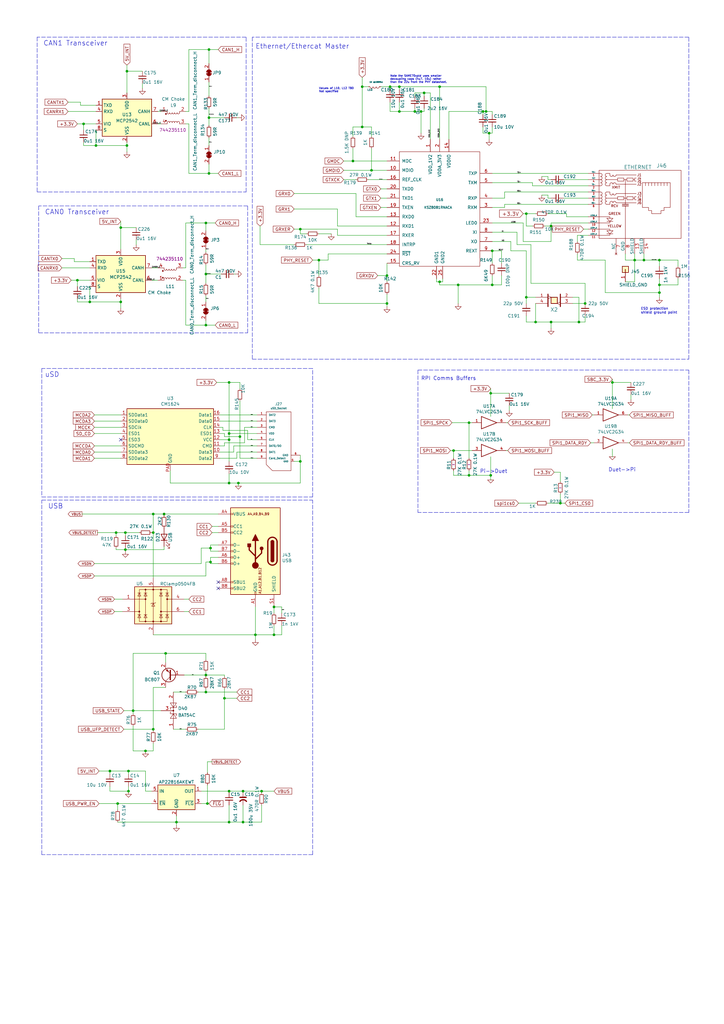
<source format=kicad_sch>
(kicad_sch (version 20211123) (generator eeschema)
  (paper "A3" portrait)
  (title_block (title "Duet 3 Main Board 6XD") (date "2023-02-22") (rev "1.01") (company "Duet3d") (comment 1 "(c) Duet3D"))
  (junction (at 226.06 132.08))
  (junction (at 219.71 132.08))
  (junction (at 85.725 20.32))
  (junction (at 51.435 225.425))
  (junction (at 200.66 54.61))
  (junction (at 85.09 329.565))
  (junction (at 86.36 230.505))
  (junction (at 270.51 106.68))
  (junction (at 48.26 329.565))
  (junction (at 148.59 35.56))
  (junction (at 201.295 161.29))
  (junction (at 180.34 115.57))
  (junction (at 112.395 260.35))
  (junction (at 215.9 121.92))
  (junction (at 54.61 291.465))
  (junction (at 270.51 120.015))
  (junction (at 112.395 248.92))
  (junction (at 130.81 106.68))
  (junction (at 172.72 45.72))
  (junction (at 67.31 210.82))
  (junction (at 240.03 124.46))
  (junction (at 107.315 324.485))
  (junction (at 104.775 260.35))
  (junction (at 49.53 93.345))
  (junction (at 62.865 210.82))
  (junction (at 260.35 106.68))
  (junction (at 93.98 177.8))
  (junction (at 62.865 299.085))
  (junction (at 93.98 180.34))
  (junction (at 198.12 45.72))
  (junction (at 144.78 66.04))
  (junction (at 173.99 38.1))
  (junction (at 163.83 45.72))
  (junction (at 93.98 198.12))
  (junction (at 34.29 50.8))
  (junction (at 36.83 123.825))
  (junction (at 84.455 283.845))
  (junction (at 158.75 113.03))
  (junction (at 86.36 224.79))
  (junction (at 84.455 276.86))
  (junction (at 84.455 91.44))
  (junction (at 251.206 156.845))
  (junction (at 99.695 337.185))
  (junction (at 158.75 124.46))
  (junction (at 39.37 59.69))
  (junction (at 49.53 123.825))
  (junction (at 47.625 218.44))
  (junction (at 192.405 173.355))
  (junction (at 45.085 316.23))
  (junction (at 192.405 194.945))
  (junction (at 92.075 286.385))
  (junction (at 84.455 112.395))
  (junction (at 201.295 194.945))
  (junction (at 180.34 35.56))
  (junction (at 229.87 206.375))
  (junction (at 93.98 337.185))
  (junction (at 72.39 337.185))
  (junction (at 163.83 35.56))
  (junction (at 264.16 106.68))
  (junction (at 52.07 29.21))
  (junction (at 215.9 87.63))
  (junction (at 123.19 189.23))
  (junction (at 226.06 92.71))
  (junction (at 201.93 116.84))
  (junction (at 237.49 132.08))
  (junction (at 97.79 198.12))
  (junction (at 52.705 316.23))
  (junction (at 148.59 52.07))
  (junction (at 67.945 267.97))
  (junction (at 93.98 324.485))
  (junction (at 85.725 48.26))
  (junction (at 270.51 116.84))
  (junction (at 52.705 324.485))
  (junction (at 84.455 133.35))
  (junction (at 99.695 324.485))
  (junction (at 93.98 156.845))
  (junction (at 51.435 218.44))
  (junction (at 52.07 59.69))
  (junction (at 85.725 71.12))
  (junction (at 123.19 93.98))
  (junction (at 62.865 218.44))
  (junction (at 59.69 307.975))
  (junction (at 186.055 184.785))
  (junction (at 187.96 116.84))
  (junction (at 152.4 69.85))
  (junction (at 31.75 114.935))
  (junction (at 160.02 35.56))
  (junction (at 98.425 179.07))
  (junction (at 170.18 45.72))
  (junction (at 201.93 102.87))
  (junction (at 199.39 45.72))
  (no_connect (at 49.53 180.34))
  (no_connect (at 89.535 238.76))
  (no_connect (at 89.535 241.3))
  (wire (pts (xy 207.01 78.74) (xy 241.3 78.74)))
  (wire (pts (xy 201.93 102.87) (xy 201.93 107.95)))
  (wire (pts (xy 52.07 38.1) (xy 52.07 29.21)))
  (wire (pts (xy 64.77 45.72) (xy 66.04 45.72)))
  (wire (pts (xy 76.2 109.855) (xy 76.2 91.44)))
  (wire (pts (xy 48.26 329.565) (xy 62.23 329.565)))
  (wire (pts (xy 209.55 99.06) (xy 209.55 102.87)))
  (wire (pts (xy 97.155 187.96) (xy 97.155 185.42)))
  (wire (pts (xy 45.085 324.485) (xy 52.705 324.485)))
  (wire (pts (xy 138.43 85.725) (xy 138.43 92.71)))
  (wire (pts (xy 163.83 41.91) (xy 163.83 45.72)))
  (wire (pts (xy 107.315 325.12) (xy 107.315 324.485)))
  (wire (pts (xy 86.36 230.505) (xy 86.36 231.14)))
  (wire (pts (xy 217.805 100.33) (xy 212.09 100.33)))
  (wire (pts (xy 93.98 198.12) (xy 97.79 198.12)))
  (wire (pts (xy 201.93 71.12) (xy 241.3 71.12)))
  (wire (pts (xy 46.99 245.745) (xy 50.165 245.745)))
  (wire (pts (xy 52.705 317.5) (xy 52.705 316.23)))
  (polyline (pts (xy 15.875 136.525) (xy 101.6 136.525)))
  (wire (pts (xy 92.075 286.385) (xy 97.155 286.385)))
  (wire (pts (xy 232.41 88.9) (xy 241.3 88.9)))
  (wire (pts (xy 51.435 225.425) (xy 51.435 226.06)))
  (wire (pts (xy 84.455 112.395) (xy 90.805 112.395)))
  (wire (pts (xy 160.02 35.56) (xy 163.83 35.56)))
  (wire (pts (xy 62.865 304.8) (xy 62.865 307.975)))
  (wire (pts (xy 258.191 170.18) (xy 257.556 170.18)))
  (wire (pts (xy 236.855 106.68) (xy 236.855 104.14)))
  (wire (pts (xy 52.07 62.23) (xy 52.07 59.69)))
  (wire (pts (xy 101.6 180.34) (xy 105.41 180.34)))
  (wire (pts (xy 98.425 179.07) (xy 98.425 164.465)))
  (wire (pts (xy 38.735 231.14) (xy 82.55 231.14)))
  (wire (pts (xy 52.07 59.69) (xy 52.07 58.42)))
  (wire (pts (xy 256.54 106.68) (xy 260.35 106.68)))
  (wire (pts (xy 152.4 69.85) (xy 158.75 69.85)))
  (wire (pts (xy 207.01 81.28) (xy 201.93 81.28)))
  (wire (pts (xy 115.57 251.46) (xy 115.57 248.92)))
  (wire (pts (xy 251.206 156.845) (xy 251.206 155.575)))
  (wire (pts (xy 201.93 46.99) (xy 201.93 45.72)))
  (wire (pts (xy 251.206 167.64) (xy 251.206 156.845)))
  (polyline (pts (xy 171.45 151.765) (xy 171.45 210.185)))
  (wire (pts (xy 260.35 106.68) (xy 260.35 104.14)))
  (wire (pts (xy 123.19 93.98) (xy 123.19 95.885)))
  (wire (pts (xy 226.06 134.62) (xy 226.06 132.08)))
  (polyline (pts (xy 17.145 151.13) (xy 17.145 203.835)))
  (wire (pts (xy 224.79 73.66) (xy 226.06 73.66)))
  (wire (pts (xy 205.74 102.87) (xy 205.74 107.95)))
  (wire (pts (xy 138.43 93.98) (xy 138.43 96.52)))
  (wire (pts (xy 77.47 71.12) (xy 85.725 71.12)))
  (wire (pts (xy 85.725 33.655) (xy 85.725 39.37)))
  (wire (pts (xy 144.78 66.04) (xy 158.75 66.04)))
  (wire (pts (xy 192.405 173.355) (xy 193.675 173.355)))
  (wire (pts (xy 82.55 231.14) (xy 82.55 224.79)))
  (wire (pts (xy 67.31 224.155) (xy 67.31 225.425)))
  (wire (pts (xy 75.565 245.745) (xy 77.47 245.745)))
  (wire (pts (xy 186.055 184.785) (xy 193.675 184.785)))
  (wire (pts (xy 91.44 176.53) (xy 101.6 176.53)))
  (wire (pts (xy 55.88 100.33) (xy 55.88 98.425)))
  (wire (pts (xy 31.75 123.825) (xy 36.83 123.825)))
  (wire (pts (xy 270.51 106.68) (xy 278.13 106.68)))
  (wire (pts (xy 205.74 113.03) (xy 205.74 116.84)))
  (wire (pts (xy 49.53 182.88) (xy 38.735 182.88)))
  (polyline (pts (xy 17.145 203.835) (xy 128.27 203.835)))
  (wire (pts (xy 215.9 129.54) (xy 215.9 132.08)))
  (wire (pts (xy 181.61 115.57) (xy 181.61 114.3)))
  (wire (pts (xy 107.315 324.485) (xy 112.395 324.485)))
  (wire (pts (xy 75.565 250.825) (xy 77.47 250.825)))
  (wire (pts (xy 39.37 50.8) (xy 34.29 50.8)))
  (wire (pts (xy 92.075 177.8) (xy 92.075 179.07)))
  (wire (pts (xy 146.05 88.9) (xy 146.05 79.375)))
  (wire (pts (xy 59.69 324.485) (xy 59.69 316.23)))
  (wire (pts (xy 86.36 224.79) (xy 86.36 226.06)))
  (polyline (pts (xy 100.965 78.74) (xy 100.965 15.24)))
  (wire (pts (xy 36.83 107.315) (xy 30.48 107.315)))
  (wire (pts (xy 128.27 106.68) (xy 130.81 106.68)))
  (wire (pts (xy 101.6 176.53) (xy 101.6 180.34)))
  (wire (pts (xy 180.34 115.57) (xy 181.61 115.57)))
  (wire (pts (xy 120.65 85.725) (xy 138.43 85.725)))
  (wire (pts (xy 232.41 87.63) (xy 232.41 88.9)))
  (wire (pts (xy 49.53 170.18) (xy 38.735 170.18)))
  (wire (pts (xy 85.725 48.26) (xy 85.725 51.435)))
  (wire (pts (xy 45.085 317.5) (xy 45.085 316.23)))
  (wire (pts (xy 52.07 29.21) (xy 52.07 26.67)))
  (wire (pts (xy 229.87 193.675) (xy 229.87 197.485)))
  (wire (pts (xy 67.31 225.425) (xy 51.435 225.425)))
  (wire (pts (xy 120.65 79.375) (xy 146.05 79.375)))
  (wire (pts (xy 198.12 52.07) (xy 198.12 54.61)))
  (wire (pts (xy 31.75 122.555) (xy 31.75 123.825)))
  (wire (pts (xy 158.75 125.73) (xy 158.75 124.46)))
  (wire (pts (xy 192.405 187.96) (xy 192.405 173.355)))
  (wire (pts (xy 144.78 52.07) (xy 148.59 52.07)))
  (wire (pts (xy 93.98 324.485) (xy 93.98 325.12)))
  (wire (pts (xy 209.55 102.87) (xy 215.9 102.87)))
  (wire (pts (xy 218.44 76.2) (xy 218.44 74.93)))
  (wire (pts (xy 90.17 185.42) (xy 95.885 185.42)))
  (wire (pts (xy 89.535 210.82) (xy 67.31 210.82)))
  (wire (pts (xy 36.83 117.475) (xy 36.83 123.825)))
  (wire (pts (xy 85.725 48.26) (xy 92.075 48.26)))
  (wire (pts (xy 187.96 116.84) (xy 201.93 116.84)))
  (wire (pts (xy 248.285 106.68) (xy 248.285 120.015)))
  (wire (pts (xy 215.9 87.63) (xy 219.71 87.63)))
  (wire (pts (xy 106.68 100.33) (xy 120.65 100.33)))
  (wire (pts (xy 214.63 99.06) (xy 214.63 91.44)))
  (wire (pts (xy 96.52 112.395) (xy 95.885 112.395)))
  (wire (pts (xy 192.405 193.04) (xy 192.405 194.945)))
  (wire (pts (xy 120.65 189.23) (xy 123.19 189.23)))
  (wire (pts (xy 215.9 124.46) (xy 215.9 121.92)))
  (wire (pts (xy 148.59 35.56) (xy 151.13 35.56)))
  (wire (pts (xy 172.72 45.72) (xy 170.18 45.72)))
  (wire (pts (xy 62.865 299.085) (xy 50.8 299.085)))
  (wire (pts (xy 54.61 291.465) (xy 66.04 291.465)))
  (wire (pts (xy 93.98 194.31) (xy 93.98 198.12)))
  (wire (pts (xy 130.81 124.46) (xy 158.75 124.46)))
  (wire (pts (xy 201.93 113.03) (xy 201.93 116.84)))
  (wire (pts (xy 49.53 177.8) (xy 38.735 177.8)))
  (wire (pts (xy 172.72 45.72) (xy 172.72 54.61)))
  (wire (pts (xy 84.455 267.97) (xy 67.945 267.97)))
  (wire (pts (xy 45.085 322.58) (xy 45.085 324.485)))
  (wire (pts (xy 258.826 163.83) (xy 258.826 161.925)))
  (wire (pts (xy 84.455 276.86) (xy 84.455 277.495)))
  (wire (pts (xy 123.19 93.98) (xy 138.43 93.98)))
  (wire (pts (xy 180.34 35.56) (xy 180.34 57.15)))
  (wire (pts (xy 62.23 114.935) (xy 64.77 114.935)))
  (wire (pts (xy 148.59 35.56) (xy 148.59 31.75)))
  (wire (pts (xy 100.33 181.61) (xy 100.33 175.26)))
  (wire (pts (xy 52.705 316.23) (xy 45.085 316.23)))
  (wire (pts (xy 234.95 124.46) (xy 240.03 124.46)))
  (wire (pts (xy 258.191 181.61) (xy 257.556 181.61)))
  (wire (pts (xy 130.81 106.68) (xy 134.62 106.68)))
  (wire (pts (xy 92.075 179.07) (xy 98.425 179.07)))
  (wire (pts (xy 140.97 66.04) (xy 144.78 66.04)))
  (wire (pts (xy 236.855 99.06) (xy 236.855 96.52)))
  (wire (pts (xy 112.395 260.35) (xy 115.57 260.35)))
  (wire (pts (xy 85.09 329.565) (xy 85.725 329.565)))
  (wire (pts (xy 208.915 161.29) (xy 201.295 161.29)))
  (wire (pts (xy 45.085 316.23) (xy 40.64 316.23)))
  (wire (pts (xy 260.35 106.68) (xy 264.16 106.68)))
  (wire (pts (xy 224.79 87.63) (xy 232.41 87.63)))
  (wire (pts (xy 201.93 116.84) (xy 205.74 116.84)))
  (wire (pts (xy 51.435 218.44) (xy 57.15 218.44)))
  (wire (pts (xy 231.14 73.66) (xy 241.3 73.66)))
  (wire (pts (xy 200.66 54.61) (xy 200.66 57.15)))
  (wire (pts (xy 85.09 312.42) (xy 85.09 316.865)))
  (wire (pts (xy 49.53 172.72) (xy 38.735 172.72)))
  (wire (pts (xy 86.995 312.42) (xy 85.09 312.42)))
  (wire (pts (xy 138.43 92.71) (xy 158.75 92.71)))
  (wire (pts (xy 76.2 133.35) (xy 84.455 133.35)))
  (wire (pts (xy 173.99 38.1) (xy 170.18 38.1)))
  (wire (pts (xy 215.9 92.71) (xy 218.44 92.71)))
  (wire (pts (xy 201.93 85.09) (xy 207.01 85.09)))
  (wire (pts (xy 55.88 93.345) (xy 49.53 93.345)))
  (wire (pts (xy 125.73 100.33) (xy 158.75 100.33)))
  (wire (pts (xy 270.51 120.015) (xy 270.51 121.92)))
  (wire (pts (xy 212.09 100.33) (xy 212.09 95.25)))
  (wire (pts (xy 93.98 198.12) (xy 69.85 198.12)))
  (wire (pts (xy 148.59 52.07) (xy 148.59 35.56)))
  (wire (pts (xy 76.2 91.44) (xy 84.455 91.44)))
  (wire (pts (xy 106.68 92.71) (xy 106.68 100.33)))
  (wire (pts (xy 40.64 329.565) (xy 48.26 329.565)))
  (wire (pts (xy 100.33 175.26) (xy 105.41 175.26)))
  (wire (pts (xy 201.93 45.72) (xy 199.39 45.72)))
  (wire (pts (xy 224.79 72.39) (xy 224.79 73.66)))
  (wire (pts (xy 264.16 106.68) (xy 270.51 106.68)))
  (wire (pts (xy 85.725 44.45) (xy 85.725 48.26)))
  (wire (pts (xy 86.36 228.6) (xy 86.36 230.505)))
  (wire (pts (xy 86.36 223.52) (xy 89.535 223.52)))
  (wire (pts (xy 248.285 120.015) (xy 270.51 120.015)))
  (wire (pts (xy 33.02 41.91) (xy 27.94 41.91)))
  (wire (pts (xy 72.39 337.185) (xy 72.39 338.455)))
  (wire (pts (xy 47.625 219.71) (xy 47.625 218.44)))
  (wire (pts (xy 86.36 228.6) (xy 89.535 228.6)))
  (wire (pts (xy 51.435 219.71) (xy 51.435 218.44)))
  (wire (pts (xy 98.425 156.845) (xy 93.98 156.845)))
  (wire (pts (xy 95.885 185.42) (xy 95.885 182.88)))
  (wire (pts (xy 104.775 260.35) (xy 104.775 262.255)))
  (wire (pts (xy 199.39 45.72) (xy 198.12 45.72)))
  (wire (pts (xy 201.295 194.945) (xy 192.405 194.945)))
  (wire (pts (xy 86.36 226.06) (xy 89.535 226.06)))
  (wire (pts (xy 219.71 124.46) (xy 219.71 132.08)))
  (wire (pts (xy 260.35 106.68) (xy 260.35 115.57)))
  (wire (pts (xy 270.51 116.84) (xy 278.13 116.84)))
  (wire (pts (xy 34.29 58.42) (xy 34.29 59.69)))
  (wire (pts (xy 227.33 193.675) (xy 229.87 193.675)))
  (wire (pts (xy 84.455 112.395) (xy 84.455 116.205)))
  (wire (pts (xy 217.805 116.205) (xy 240.03 116.205)))
  (wire (pts (xy 47.625 225.425) (xy 47.625 224.79)))
  (wire (pts (xy 34.29 53.34) (xy 34.29 50.8)))
  (wire (pts (xy 270.51 116.84) (xy 270.51 120.015)))
  (wire (pts (xy 173.99 38.1) (xy 173.99 39.37)))
  (wire (pts (xy 84.455 91.44) (xy 88.265 91.44)))
  (wire (pts (xy 173.99 45.72) (xy 172.72 45.72)))
  (wire (pts (xy 251.206 184.15) (xy 251.206 187.325)))
  (wire (pts (xy 99.695 330.2) (xy 99.695 337.185)))
  (wire (pts (xy 54.61 297.815) (xy 54.61 307.975)))
  (wire (pts (xy 62.23 109.855) (xy 64.77 109.855)))
  (wire (pts (xy 76.2 45.72) (xy 77.47 45.72)))
  (polyline (pts (xy 100.965 15.24) (xy 15.24 15.24)))
  (wire (pts (xy 170.18 38.1) (xy 170.18 39.37)))
  (wire (pts (xy 85.725 20.32) (xy 89.535 20.32)))
  (polyline (pts (xy 17.145 205.105) (xy 128.27 205.105)))
  (wire (pts (xy 84.455 91.44) (xy 84.455 94.615)))
  (wire (pts (xy 207.01 83.82) (xy 241.3 83.82)))
  (wire (pts (xy 223.52 92.71) (xy 226.06 92.71)))
  (wire (pts (xy 98.425 187.96) (xy 105.41 187.96)))
  (wire (pts (xy 176.53 57.15) (xy 176.53 38.1)))
  (wire (pts (xy 187.96 124.46) (xy 187.96 116.84)))
  (wire (pts (xy 62.865 299.72) (xy 62.865 299.085)))
  (wire (pts (xy 48.26 329.565) (xy 48.26 332.105)))
  (wire (pts (xy 84.455 270.51) (xy 84.455 267.97)))
  (wire (pts (xy 214.63 99.06) (xy 226.06 99.06)))
  (wire (pts (xy 152.4 69.85) (xy 140.97 69.85)))
  (wire (pts (xy 90.17 182.88) (xy 92.075 182.88)))
  (wire (pts (xy 74.93 109.855) (xy 76.2 109.855)))
  (wire (pts (xy 84.455 133.35) (xy 88.265 133.35)))
  (wire (pts (xy 179.07 115.57) (xy 180.34 115.57)))
  (wire (pts (xy 264.16 106.68) (xy 264.16 104.14)))
  (wire (pts (xy 226.06 92.71) (xy 226.06 99.06)))
  (wire (pts (xy 84.455 283.845) (xy 97.155 283.845)))
  (polyline (pts (xy 282.575 15.24) (xy 103.505 15.24)))
  (wire (pts (xy 93.98 177.8) (xy 93.98 180.34)))
  (wire (pts (xy 222.25 80.01) (xy 224.79 80.01)))
  (wire (pts (xy 256.54 104.14) (xy 256.54 106.68)))
  (wire (pts (xy 173.99 44.45) (xy 173.99 45.72)))
  (wire (pts (xy 48.26 337.185) (xy 72.39 337.185)))
  (wire (pts (xy 226.06 91.44) (xy 241.3 91.44)))
  (wire (pts (xy 85.725 20.32) (xy 85.725 26.035)))
  (wire (pts (xy 208.28 173.355) (xy 207.645 173.355)))
  (wire (pts (xy 97.79 198.12) (xy 97.79 199.39)))
  (wire (pts (xy 85.725 71.12) (xy 89.535 71.12)))
  (wire (pts (xy 215.9 132.08) (xy 219.71 132.08)))
  (wire (pts (xy 93.98 156.845) (xy 93.98 177.8)))
  (wire (pts (xy 158.75 120.65) (xy 158.75 124.46)))
  (wire (pts (xy 104.775 260.35) (xy 112.395 260.35)))
  (wire (pts (xy 58.42 29.21) (xy 52.07 29.21)))
  (wire (pts (xy 64.77 50.8) (xy 66.04 50.8)))
  (wire (pts (xy 229.87 202.565) (xy 229.87 206.375)))
  (wire (pts (xy 46.99 250.825) (xy 50.165 250.825)))
  (wire (pts (xy 105.41 177.8) (xy 93.98 177.8)))
  (wire (pts (xy 229.87 206.375) (xy 231.775 206.375)))
  (wire (pts (xy 163.83 45.72) (xy 170.18 45.72)))
  (wire (pts (xy 67.31 210.82) (xy 62.865 210.82)))
  (wire (pts (xy 240.03 124.46) (xy 240.03 116.205)))
  (wire (pts (xy 76.2 114.935) (xy 76.2 133.35)))
  (wire (pts (xy 184.15 57.15) (xy 184.15 45.72)))
  (wire (pts (xy 92.075 182.88) (xy 92.075 181.61)))
  (wire (pts (xy 84.455 283.845) (xy 84.455 282.575)))
  (wire (pts (xy 62.23 324.485) (xy 59.69 324.485)))
  (wire (pts (xy 215.9 102.87) (xy 215.9 121.92)))
  (wire (pts (xy 31.75 117.475) (xy 31.75 114.935)))
  (wire (pts (xy 219.71 132.08) (xy 226.06 132.08)))
  (wire (pts (xy 25.4 109.855) (xy 36.83 109.855)))
  (wire (pts (xy 49.53 126.365) (xy 49.53 123.825)))
  (wire (pts (xy 201.93 54.61) (xy 201.93 52.07)))
  (wire (pts (xy 40.005 218.44) (xy 47.625 218.44)))
  (wire (pts (xy 47.625 218.44) (xy 51.435 218.44)))
  (wire (pts (xy 184.15 45.72) (xy 198.12 45.72)))
  (wire (pts (xy 201.93 102.87) (xy 205.74 102.87)))
  (wire (pts (xy 82.55 324.485) (xy 93.98 324.485)))
  (wire (pts (xy 134.62 104.14) (xy 158.75 104.14)))
  (polyline (pts (xy 103.505 147.32) (xy 282.575 147.32)))
  (wire (pts (xy 123.19 95.885) (xy 125.73 95.885)))
  (wire (pts (xy 77.47 20.32) (xy 85.725 20.32)))
  (wire (pts (xy 86.995 215.9) (xy 89.535 215.9)))
  (wire (pts (xy 278.13 116.84) (xy 278.13 114.3)))
  (wire (pts (xy 112.395 248.92) (xy 115.57 248.92)))
  (wire (pts (xy 201.295 159.385) (xy 201.295 161.29)))
  (wire (pts (xy 226.06 132.08) (xy 237.49 132.08)))
  (wire (pts (xy 258.826 156.845) (xy 251.206 156.845)))
  (wire (pts (xy 201.295 196.85) (xy 201.295 194.945)))
  (wire (pts (xy 99.695 324.485) (xy 93.98 324.485)))
  (wire (pts (xy 152.4 52.07) (xy 148.59 52.07)))
  (wire (pts (xy 207.01 85.09) (xy 207.01 83.82)))
  (wire (pts (xy 86.36 230.505) (xy 84.455 230.505)))
  (wire (pts (xy 222.25 72.39) (xy 224.79 72.39)))
  (wire (pts (xy 107.315 337.185) (xy 99.695 337.185)))
  (wire (pts (xy 158.75 113.03) (xy 158.75 107.95)))
  (wire (pts (xy 81.28 299.085) (xy 92.075 299.085)))
  (wire (pts (xy 201.295 161.29) (xy 201.295 170.815)))
  (wire (pts (xy 180.34 116.84) (xy 187.96 116.84)))
  (wire (pts (xy 226.06 91.44) (xy 226.06 92.71)))
  (polyline (pts (xy 17.145 350.52) (xy 17.145 205.105)))
  (wire (pts (xy 163.83 35.56) (xy 180.34 35.56)))
  (wire (pts (xy 62.865 218.44) (xy 62.865 236.855)))
  (wire (pts (xy 107.315 324.485) (xy 99.695 324.485)))
  (wire (pts (xy 39.37 59.69) (xy 52.07 59.69)))
  (wire (pts (xy 146.05 88.9) (xy 158.75 88.9)))
  (wire (pts (xy 198.12 54.61) (xy 200.66 54.61)))
  (wire (pts (xy 92.075 181.61) (xy 100.33 181.61)))
  (wire (pts (xy 85.725 56.515) (xy 85.725 59.69)))
  (wire (pts (xy 88.9 156.845) (xy 93.98 156.845)))
  (polyline (pts (xy 128.27 350.52) (xy 128.27 205.105)))
  (polyline (pts (xy 282.575 147.32) (xy 282.575 15.24)))
  (wire (pts (xy 58.42 36.195) (xy 58.42 34.29)))
  (wire (pts (xy 240.03 129.54) (xy 240.03 132.08)))
  (wire (pts (xy 160.02 45.72) (xy 163.83 45.72)))
  (wire (pts (xy 236.855 106.68) (xy 248.285 106.68)))
  (wire (pts (xy 34.29 50.8) (xy 31.75 50.8)))
  (wire (pts (xy 179.07 114.3) (xy 179.07 115.57)))
  (wire (pts (xy 54.61 267.97) (xy 54.61 291.465)))
  (wire (pts (xy 85.09 321.945) (xy 85.09 329.565)))
  (polyline (pts (xy 171.45 151.765) (xy 282.575 151.765)))
  (wire (pts (xy 215.9 92.71) (xy 215.9 87.63)))
  (wire (pts (xy 158.75 115.57) (xy 158.75 113.03)))
  (wire (pts (xy 99.695 325.12) (xy 99.695 324.485)))
  (wire (pts (xy 36.83 114.935) (xy 31.75 114.935)))
  (wire (pts (xy 84.455 102.235) (xy 84.455 103.505)))
  (wire (pts (xy 30.48 106.045) (xy 25.4 106.045)))
  (wire (pts (xy 34.29 59.69) (xy 39.37 59.69)))
  (wire (pts (xy 90.17 180.34) (xy 93.98 180.34)))
  (wire (pts (xy 138.43 96.52) (xy 158.75 96.52)))
  (wire (pts (xy 237.49 121.92) (xy 237.49 132.08)))
  (polyline (pts (xy 15.24 15.24) (xy 15.24 78.74)))
  (wire (pts (xy 90.17 187.96) (xy 97.155 187.96)))
  (wire (pts (xy 180.34 115.57) (xy 180.34 116.84)))
  (wire (pts (xy 82.55 329.565) (xy 85.09 329.565)))
  (wire (pts (xy 160.02 41.91) (xy 160.02 45.72)))
  (wire (pts (xy 67.31 210.82) (xy 67.31 211.455)))
  (wire (pts (xy 242.316 181.61) (xy 243.586 181.61)))
  (wire (pts (xy 115.57 260.35) (xy 115.57 256.54)))
  (wire (pts (xy 77.47 50.8) (xy 77.47 71.12)))
  (wire (pts (xy 123.19 189.23) (xy 123.19 186.69)))
  (wire (pts (xy 270.51 114.3) (xy 270.51 116.84)))
  (wire (pts (xy 99.695 337.185) (xy 93.98 337.185)))
  (wire (pts (xy 77.47 45.72) (xy 77.47 20.32)))
  (wire (pts (xy 112.395 251.46) (xy 112.395 248.92)))
  (wire (pts (xy 185.42 173.355) (xy 192.405 173.355)))
  (wire (pts (xy 201.93 99.06) (xy 209.55 99.06)))
  (wire (pts (xy 33.02 43.18) (xy 33.02 41.91)))
  (wire (pts (xy 62.865 210.82) (xy 62.865 218.44)))
  (wire (pts (xy 104.775 248.92) (xy 104.775 260.35)))
  (wire (pts (xy 69.85 198.12) (xy 69.85 193.04)))
  (polyline (pts (xy 101.6 136.525) (xy 101.6 84.455)))
  (polyline (pts (xy 103.505 15.24) (xy 103.505 147.32)))
  (wire (pts (xy 82.55 224.79) (xy 86.36 224.79)))
  (wire (pts (xy 134.62 104.14) (xy 134.62 106.68)))
  (wire (pts (xy 84.455 131.445) (xy 84.455 133.35)))
  (wire (pts (xy 112.395 256.54) (xy 112.395 260.35)))
  (wire (pts (xy 163.83 35.56) (xy 163.83 36.83)))
  (wire (pts (xy 130.81 106.68) (xy 130.81 113.03)))
  (wire (pts (xy 49.53 102.235) (xy 49.53 93.345)))
  (wire (pts (xy 144.78 60.96) (xy 144.78 66.04)))
  (wire (pts (xy 231.14 81.28) (xy 241.3 81.28)))
  (wire (pts (xy 39.37 43.18) (xy 33.02 43.18)))
  (polyline (pts (xy 15.24 78.74) (xy 100.965 78.74)))
  (wire (pts (xy 200.66 54.61) (xy 201.93 54.61)))
  (wire (pts (xy 97.79 198.12) (xy 123.19 198.12)))
  (wire (pts (xy 85.725 67.31) (xy 85.725 71.12)))
  (wire (pts (xy 176.53 38.1) (xy 173.99 38.1)))
  (wire (pts (xy 93.98 337.185) (xy 72.39 337.185)))
  (wire (pts (xy 278.13 109.22) (xy 278.13 106.68)))
  (wire (pts (xy 207.01 78.74) (xy 207.01 81.28)))
  (wire (pts (xy 156.21 35.56) (xy 160.02 35.56)))
  (wire (pts (xy 62.865 307.975) (xy 59.69 307.975)))
  (wire (pts (xy 152.4 60.96) (xy 152.4 69.85)))
  (wire (pts (xy 158.75 85.09) (xy 156.21 85.09)))
  (wire (pts (xy 239.395 93.98) (xy 241.3 93.98)))
  (wire (pts (xy 92.075 282.575) (xy 92.075 286.385)))
  (wire (pts (xy 98.425 179.07) (xy 98.425 187.96)))
  (polyline (pts (xy 128.27 350.52) (xy 17.145 350.52)))
  (wire (pts (xy 91.44 175.26) (xy 91.44 176.53)))
  (wire (pts (xy 76.2 50.8) (xy 77.47 50.8)))
  (wire (pts (xy 62.23 218.44) (xy 62.865 218.44)))
  (wire (pts (xy 105.41 172.72) (xy 90.17 172.72)))
  (wire (pts (xy 62.865 281.94) (xy 62.865 299.085)))
  (wire (pts (xy 144.78 52.07) (xy 144.78 55.88)))
  (wire (pts (xy 52.705 322.58) (xy 52.705 324.485)))
  (wire (pts (xy 62.865 260.35) (xy 104.775 260.35)))
  (wire (pts (xy 201.295 194.945) (xy 201.295 187.325)))
  (polyline (pts (xy 128.27 151.13) (xy 17.145 151.13)))
  (wire (pts (xy 72.39 334.645) (xy 72.39 337.185)))
  (wire (pts (xy 224.79 80.01) (xy 224.79 81.28)))
  (wire (pts (xy 140.97 73.66) (xy 146.05 73.66)))
  (wire (pts (xy 212.09 95.25) (xy 201.93 95.25)))
  (wire (pts (xy 152.4 52.07) (xy 152.4 55.88)))
  (wire (pts (xy 186.055 187.96) (xy 186.055 184.785)))
  (wire (pts (xy 31.75 114.935) (xy 29.21 114.935)))
  (wire (pts (xy 49.53 185.42) (xy 38.735 185.42)))
  (wire (pts (xy 120.65 93.98) (xy 123.19 93.98)))
  (wire (pts (xy 214.63 91.44) (xy 201.93 91.44)))
  (wire (pts (xy 234.95 121.92) (xy 237.49 121.92)))
  (wire (pts (xy 81.28 283.845) (xy 84.455 283.845)))
  (wire (pts (xy 75.565 276.86) (xy 84.455 276.86)))
  (wire (pts (xy 74.93 114.935) (xy 76.2 114.935)))
  (wire (pts (xy 208.915 168.275) (xy 208.915 166.37)))
  (wire (pts (xy 84.455 121.285) (xy 84.455 123.825)))
  (polyline (pts (xy 15.875 84.455) (xy 15.875 136.525)))
  (wire (pts (xy 130.81 118.11) (xy 130.81 124.46)))
  (wire (pts (xy 242.951 170.18) (xy 243.586 170.18)))
  (wire (pts (xy 76.2 283.845) (xy 71.12 283.845)))
  (wire (pts (xy 158.75 77.47) (xy 156.21 77.47)))
  (wire (pts (xy 86.995 218.44) (xy 89.535 218.44)))
  (wire (pts (xy 160.02 36.83) (xy 160.02 35.56)))
  (wire (pts (xy 199.39 35.56) (xy 199.39 45.72)))
  (wire (pts (xy 90.17 175.26) (xy 91.44 175.26)))
  (polyline (pts (xy 101.6 84.455) (xy 15.875 84.455)))
  (wire (pts (xy 36.83 123.825) (xy 49.53 123.825)))
  (wire (pts (xy 27.94 45.72) (xy 39.37 45.72)))
  (wire (pts (xy 158.75 81.28) (xy 156.21 81.28)))
  (wire (pts (xy 54.61 307.975) (xy 59.69 307.975)))
  (polyline (pts (xy 128.27 203.835) (xy 128.27 151.13)))
  (wire (pts (xy 214.63 87.63) (xy 215.9 87.63)))
  (wire (pts (xy 224.79 81.28) (xy 226.06 81.28)))
  (wire (pts (xy 270.51 106.68) (xy 270.51 109.22)))
  (wire (pts (xy 95.885 182.88) (xy 105.41 182.88)))
  (wire (pts (xy 237.49 132.08) (xy 240.03 132.08)))
  (wire (pts (xy 49.53 187.96) (xy 38.735 187.96)))
  (wire (pts (xy 151.13 73.66) (xy 158.75 73.66)))
  (wire (pts (xy 67.945 267.97) (xy 54.61 267.97)))
  (wire (pts (xy 92.075 277.495) (xy 92.075 276.86)))
  (wire (pts (xy 154.94 113.03) (xy 158.75 113.03)))
  (wire (pts (xy 98.425 156.845) (xy 98.425 159.385)))
  (wire (pts (xy 92.075 276.86) (xy 84.455 276.86)))
  (wire (pts (xy 67.945 267.97) (xy 67.945 271.78)))
  (wire (pts (xy 92.075 299.085) (xy 92.075 286.385)))
  (wire (pts (xy 59.69 316.23) (xy 52.705 316.23)))
  (wire (pts (xy 90.17 177.8) (xy 92.075 177.8)))
  (wire (pts (xy 208.28 184.785) (xy 207.645 184.785)))
  (wire (pts (xy 192.405 194.945) (xy 186.055 194.945)))
  (wire (pts (xy 49.53 175.26) (xy 38.735 175.26)))
  (polyline (pts (xy 282.575 151.765) (xy 282.575 210.185)))
  (wire (pts (xy 215.9 121.92) (xy 219.71 121.92)))
  (wire (pts (xy 97.79 48.26) (xy 97.155 48.26)))
  (wire (pts (xy 54.61 291.465) (xy 50.8 291.465)))
  (wire (pts (xy 180.34 35.56) (xy 199.39 35.56)))
  (wire (pts (xy 67.945 281.94) (xy 62.865 281.94)))
  (wire (pts (xy 212.725 206.375) (xy 219.71 206.375)))
  (wire (pts (xy 198.12 45.72) (xy 198.12 46.99)))
  (wire (pts (xy 51.435 225.425) (xy 47.625 225.425)))
  (wire (pts (xy 170.18 45.72) (xy 170.18 44.45)))
  (polyline (pts (xy 282.575 210.185) (xy 171.45 210.185)))
  (wire (pts (xy 93.98 330.2) (xy 93.98 337.185)))
  (wire (pts (xy 97.155 185.42) (xy 105.41 185.42)))
  (wire (pts (xy 224.79 206.375) (xy 229.87 206.375)))
  (wire (pts (xy 218.44 74.93) (xy 201.93 74.93)))
  (wire (pts (xy 84.455 108.585) (xy 84.455 112.395)))
  (wire (pts (xy 86.36 231.14) (xy 89.535 231.14)))
  (wire (pts (xy 49.53 93.345) (xy 49.53 90.805)))
  (wire (pts (xy 39.37 53.34) (xy 39.37 59.69)))
  (wire (pts (xy 236.855 96.52) (xy 241.3 96.52)))
  (wire (pts (xy 105.41 170.18) (xy 90.17 170.18)))
  (wire (pts (xy 30.48 107.315) (xy 30.48 106.045)))
  (wire (pts (xy 130.81 95.885) (xy 135.89 95.885)))
  (wire (pts (xy 54.61 292.735) (xy 54.61 291.465)))
  (wire (pts (xy 51.435 224.79) (xy 51.435 225.425)))
  (wire (pts (xy 84.455 276.86) (xy 84.455 275.59)))
  (wire (pts (xy 123.19 198.12) (xy 123.19 189.23)))
  (wire (pts (xy 184.785 184.785) (xy 186.055 184.785)))
  (wire (pts (xy 38.735 236.22) (xy 84.455 236.22)))
  (wire (pts (xy 186.055 194.945) (xy 186.055 193.04)))
  (wire (pts (xy 84.455 230.505) (xy 84.455 236.22)))
  (wire (pts (xy 76.2 299.085) (xy 71.12 299.085)))
  (wire (pts (xy 217.805 100.33) (xy 217.805 116.205)))
  (wire (pts (xy 93.98 180.34) (xy 93.98 189.23)))
  (wire (pts (xy 260.35 115.57) (xy 256.54 115.57)))
  (wire (pts (xy 241.3 76.2) (xy 218.44 76.2)))
  (wire (pts (xy 86.36 223.52) (xy 86.36 224.79)))
  (wire (pts (xy 49.53 123.825) (xy 49.53 122.555)))
  (wire (pts (xy 33.655 210.82) (xy 62.865 210.82)))
  (wire (pts (xy 107.315 330.2) (xy 107.315 337.185)))
  (text "Pi->Duet" (at 196.85 194.31 0) (effects (font (size 1.524 1.524)) (justify left bottom)))
  (text "uSD" (at 18.415 154.94 0) (effects (font (size 2.0066 2.0066)) (justify left bottom)))
  (text "USB" (at 19.685 208.915 0) (effects (font (size 2.0066 2.0066)) (justify left bottom)))
  (text "RPI Comms Buffers" (at 172.72 156.21 0) (effects (font (size 1.524 1.524)) (justify left bottom)))
  (text "Duet->Pi" (at 249.555 193.675 0) (effects (font (size 1.524 1.524)) (justify left bottom)))
  (text "CAN1 Transceiver" (at 17.78 19.05 0) (effects (font (size 2.0066 2.0066)) (justify left bottom)))
  (text "Ethernet/Ethercat Master" (at 104.775 20.32 0) (effects (font (size 2.0066 2.0066)) (justify left bottom)))
  (text "Values of L10, L12 TBD\nNot specified" (at 130.81 38.1 0) (effects (font (size 0.7874 0.7874)) (justify left bottom)))
  (text "Note the SAME70xpld uses smaller\ndecoupling caps (4u7, 10u) rather\nthan the 22u from the PHY datasheet." (at 160.02 34.29 0) (effects (font (size 0.7874 0.7874)) (justify left bottom)))
  (text "CAN0 Transceiver" (at 18.415 88.265 0) (effects (font (size 2.0066 2.0066)) (justify left bottom)))
  (text "ESD protection\nshield ground point\n" (at 262.89 128.905 0) (effects (font (size 0.9906 0.9906)) (justify left bottom)))
  (label "DAT1" (at 102.87 185.42 0) (effects (font (size 0.2032 0.2032))))
  (label "CMD" (at 102.87 175.26 0) (effects (font (size 0.2032 0.2032))))
  (label "TD+" (at 212.09 71.12 0) (effects (font (size 0.508 0.508))))
  (label "intrp" (at 150.495 100.33 0) (effects (font (size 0.508 0.508))))
  (label "DAT2" (at 102.87 170.18 0) (effects (font (size 0.2032 0.2032))))
  (label "RD+" (at 212.09 78.74 0) (effects (font (size 0.508 0.508))))
  (label "q1b" (at 78.74 276.86 0) (effects (font (size 0.2032 0.2032))))
  (label "LED0" (at 209.55 91.44 0) (effects (font (size 0.508 0.508))))
  (label "REXT" (at 204.47 102.87 0) (effects (font (size 0.508 0.508))))
  (label "SD_cd" (at 102.87 187.96 0) (effects (font (size 0.2032 0.2032))))
  (label "CAN0H_C" (at 62.23 109.855 0) (effects (font (size 0.508 0.508))))
  (label "cc1d" (at 73.66 283.845 0) (effects (font (size 0.2032 0.2032))))
  (label "CAN0_H" (at 84.455 102.235 0) (effects (font (size 0.2 0.2))))
  (label "XO" (at 205.74 99.06 0) (effects (font (size 0.508 0.508))))
  (label "VDDA_3V3" (at 180.34 56.515 90) (effects (font (size 0.508 0.508))))
  (label "usbce" (at 115.57 250.19 0) (effects (font (size 0.2032 0.2032))))
  (label "SHIELD_GND" (at 267.335 106.68 0) (effects (font (size 0.2032 0.2032))))
  (label "can0_term_c" (at 84.455 112.395 0) (effects (font (size 0.2032 0.2032))))
  (label "XI" (at 205.74 95.25 0) (effects (font (size 0.508 0.508))))
  (label "CAN1_H" (at 85.725 35.56 0) (effects (font (size 0.2 0.2))))
  (label "CAN0_L" (at 84.455 122.555 0) (effects (font (size 0.2 0.2))))
  (label "CAN1_L" (at 85.725 58.42 0) (effects (font (size 0.2 0.2))))
  (label "REF_CLK" (at 155.575 73.66 0) (effects (font (size 0.2032 0.2032))))
  (label "cc2d" (at 73.66 299.085 0) (effects (font (size 0.2032 0.2032))))
  (label "RD-" (at 212.09 83.82 0) (effects (font (size 0.508 0.508))))
  (label "CLK" (at 102.87 180.34 0) (effects (font (size 0.2032 0.2032))))
  (label "CAN0L_C" (at 63.5 114.935 180) (effects (font (size 0.508 0.508))))
  (label "TD-" (at 212.09 74.93 0) (effects (font (size 0.508 0.508))))
  (label "can1_term_c" (at 85.725 46.99 0) (effects (font (size 0.2032 0.2032))))
  (label "CAN1L_C" (at 66.04 50.8 180) (effects (font (size 0.508 0.508))))
  (label "VDD_1V2" (at 176.53 56.515 90) (effects (font (size 0.508 0.508))))
  (label "CAN1H_C" (at 65.405 45.72 0) (effects (font (size 0.508 0.508))))
  (label "DAT0" (at 102.87 182.88 0) (effects (font (size 0.2032 0.2032))))
  (label "DAT3" (at 102.87 172.72 0) (effects (font (size 0.2032 0.2032))))
  (global_label "SPI1_MOSI" (shape input) (at 184.785 184.785 180) (property "Intersheet References" "${INTERSHEET_REFS}" (effects hide)))
  (global_label "+3.3V" (shape input) (at 148.59 31.75 90) (property "Intersheet References" "${INTERSHEET_REFS}" (effects hide)))
  (global_label "SPI1_DATA_RDY_BUFF" (shape input) (at 258.191 181.61 0) (property "Intersheet References" "${INTERSHEET_REFS}" (effects hide)))
  (global_label "+3.3V" (shape input) (at 29.21 114.935 180) (property "Intersheet References" "${INTERSHEET_REFS}" (effects hide)))
  (global_label "+3.3V" (shape input) (at 227.33 193.675 180) (property "Intersheet References" "${INTERSHEET_REFS}" (effects hide)))
  (global_label "SPI1_MISO" (shape input) (at 242.951 170.18 180) (property "Intersheet References" "${INTERSHEET_REFS}" (effects hide)))
  (global_label "MCDA2" (shape input) (at 38.735 170.18 180) (property "Intersheet References" "${INTERSHEET_REFS}" (effects hide)))
  (global_label "GRXDV" (shape input) (at 154.94 113.03 180) (property "Intersheet References" "${INTERSHEET_REFS}" (effects hide)))
  (global_label "SPI1_DATA_RDY" (shape input) (at 242.316 181.61 180) (property "Intersheet References" "${INTERSHEET_REFS}" (effects hide)))
  (global_label "+3.3V" (shape input) (at 88.9 156.845 180) (property "Intersheet References" "${INTERSHEET_REFS}" (effects hide)))
  (global_label "VBUS_DETECT" (shape output) (at 86.995 312.42 0) (effects (font (size 0.9906 0.9906))) (property "Intersheet References" "${INTERSHEET_REFS}" (effects hide)))
  (global_label "5V_INT" (shape input) (at 40.64 316.23 180) (property "Intersheet References" "${INTERSHEET_REFS}" (effects hide)))
  (global_label "SPI1_MOSI_BUFF" (shape input) (at 208.28 184.785 0) (property "Intersheet References" "${INTERSHEET_REFS}" (effects hide)))
  (global_label "+3.3V" (shape input) (at 214.63 87.63 180) (effects (font (size 1.524 1.524))) (property "Intersheet References" "${INTERSHEET_REFS}" (effects hide)))
  (global_label "HSDN" (shape bidirectional) (at 46.99 245.745 180) (effects (font (size 0.9906 0.9906))) (property "Intersheet References" "${INTERSHEET_REFS}" (effects hide)))
  (global_label "SPI1_SCK_BUFF" (shape input) (at 208.28 173.355 0) (property "Intersheet References" "${INTERSHEET_REFS}" (effects hide)))
  (global_label "VBUS" (shape output) (at 33.655 210.82 180) (effects (font (size 0.9906 0.9906))) (property "Intersheet References" "${INTERSHEET_REFS}" (effects hide)))
  (global_label "5V_INT" (shape input) (at 52.07 26.67 90) (property "Intersheet References" "${INTERSHEET_REFS}" (effects hide)))
  (global_label "CC2" (shape input) (at 97.155 286.385 0) (property "Intersheet References" "${INTERSHEET_REFS}" (effects hide)))
  (global_label "GMDC" (shape input) (at 140.97 66.04 180) (property "Intersheet References" "${INTERSHEET_REFS}" (effects hide)))
  (global_label "VBUS" (shape input) (at 112.395 324.485 0) (property "Intersheet References" "${INTERSHEET_REFS}" (effects hide)))
  (global_label "CC1" (shape input) (at 97.155 283.845 0) (property "Intersheet References" "${INTERSHEET_REFS}" (effects hide)))
  (global_label "HSDN" (shape bidirectional) (at 38.735 231.14 180) (effects (font (size 0.9906 0.9906))) (property "Intersheet References" "${INTERSHEET_REFS}" (effects hide)))
  (global_label "CC1" (shape input) (at 77.47 250.825 0) (property "Intersheet References" "${INTERSHEET_REFS}" (effects hide)))
  (global_label "SPI1_MISO_BUFF" (shape input) (at 258.191 170.18 0) (property "Intersheet References" "${INTERSHEET_REFS}" (effects hide)))
  (global_label "USB_STATE" (shape input) (at 50.8 291.465 180) (property "Intersheet References" "${INTERSHEET_REFS}" (effects hide)))
  (global_label "CAN1_L" (shape input) (at 89.535 71.12 0) (property "Intersheet References" "${INTERSHEET_REFS}" (effects hide)))
  (global_label "GRX0" (shape input) (at 120.65 79.375 180) (property "Intersheet References" "${INTERSHEET_REFS}" (effects hide)))
  (global_label "SPI1_CS0" (shape input) (at 231.775 206.375 0) (property "Intersheet References" "${INTERSHEET_REFS}" (effects hide)))
  (global_label "CAN1_H" (shape input) (at 89.535 20.32 0) (property "Intersheet References" "${INTERSHEET_REFS}" (effects hide)))
  (global_label "SBC_3.3V" (shape input) (at 251.206 155.575 180) (property "Intersheet References" "${INTERSHEET_REFS}" (effects hide)))
  (global_label "GRX1" (shape input) (at 120.65 85.725 180) (property "Intersheet References" "${INTERSHEET_REFS}" (effects hide)))
  (global_label "CC1" (shape input) (at 86.995 215.9 180) (property "Intersheet References" "${INTERSHEET_REFS}" (effects hide)))
  (global_label "VBUS_DETECT" (shape output) (at 40.005 218.44 180) (effects (font (size 0.9906 0.9906))) (property "Intersheet References" "${INTERSHEET_REFS}" (effects hide)))
  (global_label "+3.3V" (shape input) (at 106.68 92.71 90) (property "Intersheet References" "${INTERSHEET_REFS}" (effects hide)))
  (global_label "GMDIO" (shape input) (at 140.97 69.85 180) (property "Intersheet References" "${INTERSHEET_REFS}" (effects hide)))
  (global_label "HSDP" (shape bidirectional) (at 38.735 236.22 180) (effects (font (size 0.9906 0.9906))) (property "Intersheet References" "${INTERSHEET_REFS}" (effects hide)))
  (global_label "GTXEN" (shape input) (at 156.21 85.09 180) (property "Intersheet References" "${INTERSHEET_REFS}" (effects hide)))
  (global_label "+3.3V" (shape input) (at 201.295 159.385 180) (property "Intersheet References" "${INTERSHEET_REFS}" (effects hide)))
  (global_label "CC2" (shape input) (at 77.47 245.745 0) (property "Intersheet References" "${INTERSHEET_REFS}" (effects hide)))
  (global_label "spi1cs0" (shape input) (at 212.725 206.375 180) (property "Intersheet References" "${INTERSHEET_REFS}" (effects hide)))
  (global_label "MCDA0" (shape input) (at 38.735 185.42 180) (property "Intersheet References" "${INTERSHEET_REFS}" (effects hide)))
  (global_label "PHY_RESET" (shape input) (at 128.27 106.68 180) (property "Intersheet References" "${INTERSHEET_REFS}" (effects hide)))
  (global_label "~{FLG}" (shape input) (at 85.725 329.565 0) (property "Intersheet References" "${INTERSHEET_REFS}" (effects hide)))
  (global_label "MCCDA" (shape input) (at 38.735 182.88 180) (property "Intersheet References" "${INTERSHEET_REFS}" (effects hide)))
  (global_label "GTX0" (shape input) (at 156.21 77.47 180) (property "Intersheet References" "${INTERSHEET_REFS}" (effects hide)))
  (global_label "5V_INT" (shape input) (at 49.53 90.805 180) (property "Intersheet References" "${INTERSHEET_REFS}" (effects hide)))
  (global_label "GRXER" (shape input) (at 120.65 93.98 180) (property "Intersheet References" "${INTERSHEET_REFS}" (effects hide)))
  (global_label "GTX1" (shape input) (at 156.21 81.28 180) (property "Intersheet References" "${INTERSHEET_REFS}" (effects hide)))
  (global_label "GTXCK" (shape input) (at 140.97 73.66 180) (property "Intersheet References" "${INTERSHEET_REFS}" (effects hide)))
  (global_label "CAN0_L" (shape input) (at 88.265 133.35 0) (property "Intersheet References" "${INTERSHEET_REFS}" (effects hide)))
  (global_label "MCDA3" (shape input) (at 38.735 172.72 180) (property "Intersheet References" "${INTERSHEET_REFS}" (effects hide)))
  (global_label "MCCK" (shape input) (at 38.735 175.26 180) (property "Intersheet References" "${INTERSHEET_REFS}" (effects hide)))
  (global_label "CC2" (shape input) (at 86.995 218.44 180) (property "Intersheet References" "${INTERSHEET_REFS}" (effects hide)))
  (global_label "SPI1_SPCK" (shape input) (at 185.42 173.355 180) (property "Intersheet References" "${INTERSHEET_REFS}" (effects hide)))
  (global_label "CANRX0" (shape input) (at 25.4 109.855 180) (property "Intersheet References" "${INTERSHEET_REFS}" (effects hide)))
  (global_label "CANTX0" (shape input) (at 25.4 106.045 180) (property "Intersheet References" "${INTERSHEET_REFS}" (effects hide)))
  (global_label "CANTX1" (shape input) (at 27.94 41.91 180) (property "Intersheet References" "${INTERSHEET_REFS}" (effects hide)))
  (global_label "USB_PWR_EN" (shape input) (at 40.64 329.565 180) (property "Intersheet References" "${INTERSHEET_REFS}" (effects hide)))
  (global_label "CANRX1" (shape input) (at 27.94 45.72 180) (property "Intersheet References" "${INTERSHEET_REFS}" (effects hide)))
  (global_label "MCDA1" (shape input) (at 38.735 187.96 180) (property "Intersheet References" "${INTERSHEET_REFS}" (effects hide)))
  (global_label "USB_UFP_DETECT" (shape input) (at 50.8 299.085 180) (property "Intersheet References" "${INTERSHEET_REFS}" (effects hide)))
  (global_label "CAN0_H" (shape input) (at 88.265 91.44 0) (property "Intersheet References" "${INTERSHEET_REFS}" (effects hide)))
  (global_label "HSDP" (shape bidirectional) (at 46.99 250.825 180) (effects (font (size 0.9906 0.9906))) (property "Intersheet References" "${INTERSHEET_REFS}" (effects hide)))
  (global_label "SD_CD" (shape input) (at 38.735 177.8 180) (property "Intersheet References" "${INTERSHEET_REFS}" (effects hide)))
  (global_label "PHY_RESET" (shape input) (at 239.395 93.98 180) (property "Intersheet References" "${INTERSHEET_REFS}" (effects hide)))
  (global_label "+3.3V" (shape input) (at 31.75 50.8 180) (property "Intersheet References" "${INTERSHEET_REFS}" (effects hide)))
  (symbol (lib_id "Device:LED") (at 67.31 220.345 90) (unit 1)
    (property "Reference" "D23" (at 64.77 220.345 0))
    (property "Value" "USB" (at 69.85 220.345 0))
    (property "Footprint" "LED_SMD:LED_0603_1608Metric" (effects hide))
    (property "Part Number" "150060RS75000 or equivalent Red" (effects hide))
  )
  (symbol (lib_id "Device:R_Small") (at 67.31 213.995 0) (unit 1)
    (property "Reference" "R130" (at 69.215 213.7918 90))
    (property "Value" "2K2" (at 65.5828 213.6902 90))
    (property "Footprint" "Resistor_SMD:R_0402_1005Metric_Wbry" (effects hide))
    (property "Part Number" "AC0402FR-072K2L" (effects hide))
  )
  (symbol (lib_id "Device:C_Small") (at 115.57 254 0) (unit 1)
    (property "Reference" "C173" (at 116.205 252.095 0) (effects (justify left)))
    (property "Value" "1n 1kV" (at 115.57 255.905 0) (effects (justify left)))
    (property "Footprint" "Capacitor_SMD:C_0805_2012Metric" (effects hide))
    (property "Part Number" "CC0805KRX7RCBB102" (effects hide))
  )
  (symbol (lib_id "Device:R_Small") (at 59.69 218.44 270) (unit 1)
    (property "Reference" "R122" (at 60.325 220.98 90))
    (property "Value" "27K 0.1W" (at 57.785 215.9 90))
    (property "Footprint" "Resistor_SMD:R_0402_1005Metric_Wbry" (effects hide))
    (property "Part Number" "RK73H1ETTP2702F" (effects hide))
  )
  (symbol (lib_id "Device:R_Small") (at 47.625 222.25 0) (unit 1)
    (property "Reference" "R119" (at 43.815 220.98 0))
    (property "Value" "47K" (at 43.815 223.52 0))
    (property "Footprint" "Resistor_SMD:R_0402_1005Metric_Wbry" (effects hide))
    (property "Part Number" "RC0402FR-1347KL" (effects hide))
  )
  (symbol (lib_id "Device:C_Small") (at 51.435 222.25 0) (unit 1)
    (property "Reference" "C171" (at 52.07 220.345 0) (effects (justify left)))
    (property "Value" "0u1 16V" (at 52.07 224.155 0) (effects (justify left)))
    (property "Footprint" "Capacitor_SMD:C_0402_1005Metric_Wbry" (effects hide))
    (property "Part Number" "0402YC104KAT2A" (effects hide))
  )
  (symbol (lib_id "Duet3:MCP2558FD-xSN-Interface_CAN_LIN_SOIC8") (at 52.07 48.26 0) (unit 1)
    (property "Reference" "U13" (at 52.07 46.99 0))
    (property "Value" "MCP2542" (at 52.07 49.53 0))
    (property "Footprint" "Package_SO:SOIC-8_3.9x4.9mm_P1.27mm" (effects hide))
    (property "Datasheet" "https://ww1.microchip.com/downloads/en/DeviceDoc/20005533A.pdf" (effects hide))
    (property "Part Number" "MCP2542FD-E/SN" (effects hide))
  )
  (symbol (lib_id "Device:C_Small") (at 58.42 31.75 0) (unit 1)
    (property "Reference" "C175" (at 59.055 29.845 0) (effects (justify left)))
    (property "Value" "0u1 16V" (at 58.42 33.655 0) (effects (justify left)))
    (property "Footprint" "Capacitor_SMD:C_0402_1005Metric_Wbry" (effects hide))
    (property "Part Number" "0402YC104KAT2A" (effects hide))
  )
  (symbol (lib_id "Device:C_Small") (at 34.29 55.88 0) (unit 1)
    (property "Reference" "C174" (at 34.925 53.975 0) (effects (justify left)))
    (property "Value" "0u1 16V" (at 34.29 57.785 0) (effects (justify left)))
    (property "Footprint" "Capacitor_SMD:C_0402_1005Metric_Wbry" (effects hide))
    (property "Part Number" "0402YC104KAT2A" (effects hide))
  )
  (symbol (lib_id "Device:C_Small") (at 94.615 48.26 270) (unit 1)
    (property "Reference" "C177" (at 89.535 49.53 90) (effects (justify left)))
    (property "Value" "4n7 10V" (at 89.535 46.99 90) (effects (justify left)))
    (property "Footprint" "Capacitor_SMD:C_0402_1005Metric_Wbry" (effects hide))
    (property "Part Number" "GCM155R71H472KA37D" (effects hide))
  )
  (symbol (lib_id "Device:R_Small") (at 85.725 41.91 0) (unit 1)
    (property "Reference" "R133" (at 84.455 42.545 90))
    (property "Value" "59R" (at 88.265 41.91 90))
    (property "Footprint" "Resistor_SMD:R_0402_1005Metric_Wbry" (effects hide))
    (property "Part Number" "RMCF0402FT59R0" (effects hide))
  )
  (symbol (lib_id "Device:R_Small") (at 85.725 53.975 0) (unit 1)
    (property "Reference" "R134" (at 83.185 53.34 90))
    (property "Value" "59R" (at 88.265 53.975 90))
    (property "Footprint" "Resistor_SMD:R_0402_1005Metric_Wbry" (effects hide))
    (property "Part Number" "RMCF0402FT59R0" (effects hide))
  )
  (symbol (lib_id "Duet3:L_Coupled_v2") (at 71.12 48.26 0) (unit 1)
    (property "Reference" "L9" (at 71.12 43.18 0))
    (property "Value" "CM Choke" (at 71.12 40.64 0))
    (property "Footprint" "complib:Wurth_CM_Choke_1812_744235220" (effects hide))
    (property "Part Number" "744235110" (at 70.866 53.34 0))
  )
  (symbol (lib_id "Device:R_Small") (at 128.27 95.885 90) (unit 1)
    (property "Reference" "R174" (at 123.19 97.155 90))
    (property "Value" "10K" (at 128.27 98.425 90))
    (property "Footprint" "Resistor_SMD:R_0402_1005Metric_Wbry" (effects hide))
    (property "Part Number" "RMCS0402FT10K0" (effects hide))
  )
  (symbol (lib_id "Device:R_Small") (at 148.59 73.66 90) (unit 1)
    (property "Reference" "R179" (at 143.51 74.93 90))
    (property "Value" "27R 0.1W" (at 147.955 71.755 90))
    (property "Footprint" "Resistor_SMD:R_0402_1005Metric_Wbry" (effects hide))
    (property "Part Number" "ERJ-2RKF27R0X" (effects hide))
  )
  (symbol (lib_id "power:GND") (at 187.96 124.46 0) (unit 1)
    (property "Reference" "#PWR082" (effects hide))
    (property "Value" "GND" (effects hide))
  )
  (symbol (lib_id "power:GND") (at 226.06 134.62 0) (unit 1)
    (property "Reference" "#PWR088" (effects hide))
    (property "Value" "GND" (effects hide))
  )
  (symbol (lib_id "power:GND") (at 270.51 121.92 0) (unit 1)
    (property "Reference" "#PWR089" (effects hide))
    (property "Value" "GND" (effects hide))
  )
  (symbol (lib_id "power:GND") (at 222.25 72.39 0) (unit 1)
    (property "Reference" "#PWR086" (effects hide))
    (property "Value" "GND" (effects hide))
  )
  (symbol (lib_id "power:GND") (at 222.25 80.01 0) (unit 1)
    (property "Reference" "#PWR087" (effects hide))
    (property "Value" "GND" (effects hide))
  )
  (symbol (lib_id "power:GND") (at 200.66 57.15 0) (unit 1)
    (property "Reference" "#PWR083" (effects hide))
    (property "Value" "GND" (effects hide))
  )
  (symbol (lib_id "power:GND") (at 172.72 54.61 0) (unit 1)
    (property "Reference" "#PWR081" (effects hide))
    (property "Value" "GND" (effects hide))
  )
  (symbol (lib_id "power:GND") (at 135.89 95.885 0) (unit 1)
    (property "Reference" "#PWR080" (effects hide))
    (property "Value" "GND" (effects hide))
  )
  (symbol (lib_id "power:GND") (at 97.79 48.26 90) (unit 1)
    (property "Reference" "#PWR052" (effects hide))
    (property "Value" "GND" (effects hide))
  )
  (symbol (lib_id "power:GND") (at 52.07 62.23 0) (unit 1)
    (property "Reference" "#PWR042" (effects hide))
    (property "Value" "GND" (effects hide))
  )
  (symbol (lib_id "power:GND") (at 58.42 36.195 0) (unit 1)
    (property "Reference" "#PWR049" (effects hide))
    (property "Value" "GND" (effects hide))
  )
  (symbol (lib_id "power:GND") (at 104.775 262.255 0) (unit 1)
    (property "Reference" "#PWR039" (effects hide))
    (property "Value" "GND" (effects hide))
  )
  (symbol (lib_name "GND_3") (lib_id "power:GND") (at 51.435 226.06 0) (unit 1)
    (property "Reference" "#PWR029" (effects hide))
    (property "Value" "GND" (effects hide))
  )
  (symbol (lib_id "Duet3:KSZ8081RNACA") (at 180.34 86.36 0) (unit 1)
    (property "Reference" "U16" (at 180.34 81.915 0) (effects (font (size 0.9906 0.9906))))
    (property "Value" "KSZ8081RNACA" (at 179.705 85.09 0) (effects (font (size 0.9906 0.9906))))
    (property "Footprint" "complib:KSZ8081RNA _QFN-24-1EP_4x4mm_P0.5mm_EP2.6x2.6mm" (effects hide))
    (property "Part Number" "KSZ8081RNACA (same as on the v0.6)" (effects hide))
  )
  (symbol (lib_id "Duet3:L_Coupled_v2") (at 69.85 112.395 0) (mirror x) (unit 1)
    (property "Reference" "L11" (at 69.85 117.475 0))
    (property "Value" "CM Choke" (at 65.405 120.015 0))
    (property "Footprint" "complib:Wurth_CM_Choke_1812_744235220" (effects hide))
    (property "Part Number" "744235110" (at 69.596 106.172 0))
  )
  (symbol (lib_id "Device:R_Small") (at 130.81 115.57 0) (unit 1)
    (property "Reference" "R135" (at 132.08 111.76 0))
    (property "Value" "4K7 0.1W" (at 128.27 115.57 90))
    (property "Footprint" "Resistor_SMD:R_0402_1005Metric_Wbry" (effects hide))
    (property "Part Number" "RK73H1ETTP4701F" (effects hide))
  )
  (symbol (lib_id "Duet3:uSD_Socket") (at 113.03 181.61 0) (unit 1)
    (property "Reference" "J27" (at 114.3 165.7096 0) (effects (font (size 1.016 1.016))))
    (property "Value" "uSD_Socket" (at 114.3 167.4368 0) (effects (font (size 0.762 0.762))))
    (property "Footprint" "complib:uSD_SKT" (effects hide))
    (property "Part Number" "693071020811" (effects hide))
  )
  (symbol (lib_id "Device:R_Small") (at 98.425 161.925 180) (unit 1)
    (property "Reference" "R145" (at 97.155 165.735 90))
    (property "Value" "10K" (at 99.695 159.385 90))
    (property "Footprint" "Resistor_SMD:R_0402_1005Metric_Wbry" (effects hide))
    (property "Part Number" "RMCS0402FT10K0" (effects hide))
  )
  (symbol (lib_id "Device:C_Small") (at 93.98 191.77 0) (unit 1)
    (property "Reference" "C172" (at 96.52 190.5 0) (effects (justify left)))
    (property "Value" "10u 10V" (at 93.98 193.675 0) (effects (justify left)))
    (property "Footprint" "Capacitor_SMD:C_0805_2012Metric" (effects hide))
    (property "Part Number" "LMK212BJ106KG-T" (effects hide))
  )
  (symbol (lib_name "GND_1") (lib_id "Duet3:GND") (at 97.79 199.39 0) (unit 1)
    (property "Reference" "#PWR091" (effects hide))
    (property "Value" "GND" (effects hide))
  )
  (symbol (lib_id "Duet3:RJ45+MAG") (at 257.81 83.82 0) (unit 1)
    (property "Reference" "J46" (at 269.24 67.945 0) (effects (font (size 1.524 1.524)) (justify left)))
    (property "Value" "ETHERNET" (at 255.905 68.58 0) (effects (font (size 1.524 1.524)) (justify left)))
    (property "Footprint" "complib:RJ45+MAG" (effects hide))
    (property "Part Number" "HR911105A" (effects hide))
  )
  (symbol (lib_id "Device:C_Small") (at 228.6 73.66 270) (unit 1)
    (property "Reference" "C192" (at 231.14 72.39 90) (effects (justify left)))
    (property "Value" "0u1 16V" (at 223.52 74.93 90) (effects (justify left)))
    (property "Footprint" "Capacitor_SMD:C_0402_1005Metric_Wbry" (effects hide))
    (property "Part Number" "0402YC104KAT2A" (effects hide))
  )
  (symbol (lib_id "Device:C_Small") (at 228.6 81.28 270) (unit 1)
    (property "Reference" "C193" (at 231.14 80.01 90) (effects (justify left)))
    (property "Value" "0u1 16V" (at 223.52 82.55 90) (effects (justify left)))
    (property "Footprint" "Capacitor_SMD:C_0402_1005Metric_Wbry" (effects hide))
    (property "Part Number" "0402YC104KAT2A" (effects hide))
  )
  (symbol (lib_id "Device:C_Small") (at 270.51 111.76 180) (unit 1)
    (property "Reference" "C195" (at 267.97 113.03 0) (effects (justify left)))
    (property "Value" "1n 1kV" (at 273.05 109.22 90) (effects (justify left)))
    (property "Footprint" "Capacitor_SMD:C_0805_2012Metric" (effects hide))
    (property "Part Number" "CC0805KRX7RCBB102" (effects hide))
  )
  (symbol (lib_id "Device:R_Small") (at 278.13 111.76 180) (unit 1)
    (property "Reference" "R156" (at 280.67 113.03 0))
    (property "Value" "1M" (at 280.67 109.22 0))
    (property "Footprint" "Resistor_SMD:R_0805_2012Metric" (effects hide))
    (property "Part Number" "RC0805FR-101ML" (effects hide))
  )
  (symbol (lib_id "Connector_Generic:Conn_01x01") (at 256.54 110.49 90) (unit 1)
    (property "Reference" "J45" (at 258.7752 111.3536 90) (effects (justify right)))
    (property "Value" "SHIELD_GND" (at 254 116.84 90) (effects (justify right)))
    (property "Footprint" "complib:2.8mm_Spade_terminal" (effects hide))
    (property "Part Number" "PC110D5" (effects hide))
  )
  (symbol (lib_id "Device:R_Small") (at 222.25 87.63 90) (unit 1)
    (property "Reference" "R150" (at 220.98 90.17 90))
    (property "Value" "470R 0.1W" (at 227.33 86.995 90))
    (property "Footprint" "Resistor_SMD:R_0402_1005Metric_Wbry" (effects hide))
    (property "Part Number" "RK73H1ETTP4700F" (effects hide))
  )
  (symbol (lib_id "Device:R_Small") (at 220.98 92.71 90) (unit 1)
    (property "Reference" "R151" (at 219.71 95.25 90))
    (property "Value" "10K" (at 225.425 93.98 90))
    (property "Footprint" "Resistor_SMD:R_0402_1005Metric_Wbry" (effects hide))
    (property "Part Number" "RMCS0402FT10K0" (effects hide))
  )
  (symbol (lib_id "Device:R_Small") (at 201.93 110.49 0) (unit 1)
    (property "Reference" "R149" (at 199.39 106.68 0))
    (property "Value" "6K49" (at 199.39 113.03 90))
    (property "Footprint" "Resistor_SMD:R_0402_1005Metric_Wbry" (effects hide))
    (property "Part Number" "RMCF0402FT6K49" (effects hide))
  )
  (symbol (lib_id "Device:C_Small") (at 205.74 110.49 180) (unit 1)
    (property "Reference" "C190" (at 209.55 106.68 0) (effects (justify left)))
    (property "Value" "100p DNP" (at 208.28 107.95 90) (effects (justify left)))
    (property "Footprint" "Capacitor_SMD:C_0402_1005Metric_Wbry" (effects hide))
    (property "Part Number" "DNP" (effects hide))
  )
  (symbol (lib_id "power:GND") (at 158.75 125.73 0) (unit 1)
    (property "Reference" "#PWR0162" (effects hide))
    (property "Value" "GND" (effects hide))
  )
  (symbol (lib_id "Duet3:CRYSTAL_4PIN") (at 227.33 123.19 0) (unit 1)
    (property "Reference" "X2" (at 227.33 127 0) (effects (font (size 1.524 1.524))))
    (property "Value" "25Mhz" (effects hide))
    (property "Footprint" "complib:Crystal_SMD_ECS-33B-4Pin_3.2x2.5mm" (effects hide))
    (property "Datasheet" "ECS-250-10-33B-CKM-TR" (effects hide))
    (property "Part Number" "or TSX-3225 25.0000MF10P-C0 (note requires different caps if changed)" (effects hide))
  )
  (symbol (lib_id "Device:C_Small") (at 215.9 127 180) (unit 1)
    (property "Reference" "C191" (at 213.36 129.54 0) (effects (justify left)))
    (property "Value" "22p 50V" (at 214.63 124.46 0) (effects (justify left)))
    (property "Footprint" "Capacitor_SMD:C_0402_1005Metric_Wbry" (effects hide))
    (property "Part Number" "04025A220JAT2A" (effects hide))
  )
  (symbol (lib_id "Device:C_Small") (at 240.03 127 180) (unit 1)
    (property "Reference" "C194" (at 243.84 129.54 0) (effects (justify left)))
    (property "Value" "22p 50V" (at 249.555 124.46 0) (effects (justify left)))
    (property "Footprint" "Capacitor_SMD:C_0402_1005Metric_Wbry" (effects hide))
    (property "Part Number" "04025A220JAT2A" (effects hide))
  )
  (symbol (lib_id "Device:R_Small") (at 123.19 100.33 90) (unit 1)
    (property "Reference" "R136" (at 119.38 101.6 90))
    (property "Value" "1K" (at 127 101.6 90))
    (property "Footprint" "Resistor_SMD:R_0402_1005Metric_Wbry" (effects hide))
    (property "Part Number" "RC0402FR-131KL" (effects hide))
  )
  (symbol (lib_id "Device:R_Small") (at 152.4 58.42 0) (unit 1)
    (property "Reference" "R141" (at 153.67 54.61 0))
    (property "Value" "1K" (at 149.86 58.42 90))
    (property "Footprint" "Resistor_SMD:R_0402_1005Metric_Wbry" (effects hide))
    (property "Part Number" "RC0402FR-131KL" (effects hide))
  )
  (symbol (lib_id "Device:R_Small") (at 144.78 58.42 0) (unit 1)
    (property "Reference" "R139" (at 146.05 54.61 0))
    (property "Value" "1.5K DNP" (at 142.24 58.42 90))
    (property "Footprint" "Resistor_SMD:R_0402_1005Metric_Wbry" (effects hide))
    (property "Part Number" "DNP" (effects hide))
  )
  (symbol (lib_id "Device:R_Small") (at 236.855 101.6 0) (unit 1)
    (property "Reference" "R188" (at 234.315 100.33 90))
    (property "Value" "470R 0.1W" (at 238.76 101.6 90))
    (property "Footprint" "Resistor_SMD:R_0402_1005Metric_Wbry" (effects hide))
    (property "Part Number" "RK73H1ETTP4700F" (effects hide))
  )
  (symbol (lib_id "Device:R_Small") (at 158.75 118.11 0) (unit 1)
    (property "Reference" "R142" (at 160.02 114.3 0))
    (property "Value" "10K" (at 156.21 118.11 90))
    (property "Footprint" "Resistor_SMD:R_0402_1005Metric_Wbry" (effects hide))
    (property "Part Number" "RMCS0402FT10K0" (effects hide))
  )
  (symbol (lib_id "Duet3:L_MINI") (at 153.67 35.56 0) (unit 1)
    (property "Reference" "L10" (at 151.765 36.83 0) (effects (font (size 0.762 0.762))))
    (property "Value" "1K @100Mhz" (at 154.305 33.655 0) (effects (font (size 0.5588 0.5588))))
    (property "Footprint" "Resistor_SMD:R_0603_1608Metric_Wbry" (effects hide))
    (property "Part Number" "BK1608HS102-T" (effects hide))
  )
  (symbol (lib_id "Device:C_Small") (at 163.83 39.37 0) (unit 1)
    (property "Reference" "C181" (at 165.1 36.83 0) (effects (justify left)))
    (property "Value" "0u1 16V" (at 165.1 44.45 90) (effects (justify left)))
    (property "Footprint" "Capacitor_SMD:C_0402_1005Metric_Wbry" (effects hide))
    (property "Part Number" "0402YC104KAT2A" (effects hide))
  )
  (symbol (lib_id "Device:C_Small") (at 170.18 41.91 0) (unit 1)
    (property "Reference" "C183" (at 167.64 39.37 0) (effects (justify left)))
    (property "Value" "0u1 16V" (at 171.45 46.99 90) (effects (justify left)))
    (property "Footprint" "Capacitor_SMD:C_0402_1005Metric_Wbry" (effects hide))
    (property "Part Number" "0402YC104KAT2A" (effects hide))
  )
  (symbol (lib_id "Device:C_Small") (at 173.99 41.91 0) (unit 1)
    (property "Reference" "C184" (at 176.53 40.64 0) (effects (justify left)))
    (property "Value" "2u2 16V" (at 175.26 44.45 0) (effects (justify left)))
    (property "Footprint" "Capacitor_SMD:C_0603_1608Metric_Wbry" (effects hide))
    (property "Part Number" "C1608X5R1C225K080AB" (effects hide))
  )
  (symbol (lib_id "Device:C_Small") (at 201.93 49.53 0) (unit 1)
    (property "Reference" "C189" (at 202.565 47.625 0) (effects (justify left)))
    (property "Value" "10u 10V" (at 202.565 52.07 0) (effects (justify left)))
    (property "Footprint" "Capacitor_SMD:C_0805_2012Metric" (effects hide))
    (property "Part Number" "LMK212BJ106KG-T" (effects hide))
  )
  (symbol (lib_id "Device:C_Small") (at 198.12 49.53 0) (unit 1)
    (property "Reference" "C188" (at 196.85 46.99 90) (effects (justify left)))
    (property "Value" "0u1 16V" (at 199.39 54.61 90) (effects (justify left)))
    (property "Footprint" "Capacitor_SMD:C_0402_1005Metric_Wbry" (effects hide))
    (property "Part Number" "0402YC104KAT2A" (effects hide))
  )
  (symbol (lib_id "Device:C_Small") (at 160.02 39.37 0) (unit 1)
    (property "Reference" "C180" (at 156.21 36.83 0) (effects (justify left)))
    (property "Value" "10u 10V" (at 161.29 44.45 90) (effects (justify left)))
    (property "Footprint" "Capacitor_SMD:C_0805_2012Metric" (effects hide))
    (property "Part Number" "LMK212BJ106KG-T" (effects hide))
  )
  (symbol (lib_id "Device:C_Small") (at 93.345 112.395 270) (unit 1)
    (property "Reference" "C1" (at 88.265 113.665 90) (effects (justify left)))
    (property "Value" "4n7 10V" (at 88.265 111.125 90) (effects (justify left)))
    (property "Footprint" "Capacitor_SMD:C_0402_1005Metric_Wbry" (effects hide))
    (property "Part Number" "GCM155R71H472KA37D" (effects hide))
  )
  (symbol (lib_id "Device:R_Small") (at 84.455 106.045 0) (unit 1)
    (property "Reference" "R14" (at 82.55 106.68 90))
    (property "Value" "59R" (at 86.995 106.045 90))
    (property "Footprint" "Resistor_SMD:R_0402_1005Metric_Wbry" (effects hide))
    (property "Part Number" "RMCF0402FT59R0" (effects hide))
  )
  (symbol (lib_id "Device:R_Small") (at 84.455 118.745 0) (unit 1)
    (property "Reference" "R15" (at 82.55 118.745 90))
    (property "Value" "59R" (at 86.995 118.745 90))
    (property "Footprint" "Resistor_SMD:R_0402_1005Metric_Wbry" (effects hide))
    (property "Part Number" "RMCF0402FT59R0" (effects hide))
  )
  (symbol (lib_id "power:GND") (at 96.52 112.395 90) (unit 1)
    (property "Reference" "#PWR02" (effects hide))
    (property "Value" "GND" (effects hide))
  )
  (symbol (lib_id "Jumper:SolderJumper_2_Bridged") (at 84.455 127.635 270) (unit 1)
    (property "Reference" "JP6" (at 86.3346 126.4666 90) (effects (justify left)))
    (property "Value" "CAN0_Term_disconnect_L" (at 78.74 113.665 0) (effects (justify left)))
    (property "Footprint" "complib:SJ_Bridged" (effects hide))
    (property "Part Number" "Virtual Component - DNP" (effects hide))
  )
  (symbol (lib_id "Jumper:SolderJumper_2_Bridged") (at 84.455 98.425 90) (unit 1)
    (property "Reference" "JP3" (at 90.17 98.425 90) (effects (justify left)))
    (property "Value" "CAN0_Term_disconnect_H" (at 78.74 112.395 0) (effects (justify left)))
    (property "Footprint" "complib:SJ_Bridged" (effects hide))
    (property "Part Number" "Virtual Component - DNP" (effects hide))
  )
  (symbol (lib_id "Duet3:CM1624") (at 69.85 177.8 0) (unit 1)
    (property "Reference" "U3" (at 69.85 163.3982 0))
    (property "Value" "CM1624" (at 69.85 165.7096 0))
    (property "Footprint" "complib:UDFN-16-1EP_1.35x3.3_P0.4_2Oz" (effects hide))
    (property "Datasheet" "https://www.onsemi.com/pub/Collateral/CM1624-D.PDF" (effects hide))
    (property "Part Number" "CM1624−08DE" (effects hide))
  )
  (symbol (lib_id "Device:R_Small") (at 112.395 254 0) (unit 1)
    (property "Reference" "R19" (at 109.855 251.46 0))
    (property "Value" "1M" (at 111.125 256.54 90))
    (property "Footprint" "Resistor_SMD:R_0805_2012Metric" (effects hide))
    (property "Part Number" "RC0805FR-101ML" (effects hide))
  )
  (symbol (lib_id "Device:R_Small") (at 222.25 206.375 270) (unit 1)
    (property "Reference" "R239" (at 227.965 205.74 90))
    (property "Value" "1K" (at 218.44 207.645 90))
    (property "Footprint" "Resistor_SMD:R_0402_1005Metric_Wbry" (effects hide))
    (property "Part Number" "RC0402FR-131KL" (effects hide))
  )
  (symbol (lib_id "74xGxx:74LVC2G34") (at 201.295 173.355 0) (unit 1)
    (property "Reference" "U17" (at 200.66 166.5732 0))
    (property "Value" "74LVC2G34" (at 200.66 168.8846 0))
    (property "Footprint" "Package_TO_SOT_SMD:SOT-363_SC-70-6" (effects hide))
    (property "Part Number" "74LVC2G34GW,125" (effects hide))
  )
  (symbol (lib_id "Device:R_Small") (at 92.075 280.035 0) (unit 1)
    (property "Reference" "R66" (at 90.17 280.035 90))
    (property "Value" "28K7" (at 93.98 280.035 90))
    (property "Footprint" "Resistor_SMD:R_0402_1005Metric_Wbry" (effects hide))
    (property "Part Number" "RMCF0402FT28K7" (effects hide))
  )
  (symbol (lib_id "74xGxx:74LVC2G34") (at 201.295 184.785 0) (unit 2)
    (property "Reference" "U17" (at 200.66 178.0032 0))
    (property "Value" "74LVC2G34" (at 200.66 180.3146 0))
    (property "Footprint" "Package_TO_SOT_SMD:SOT-363_SC-70-6" (effects hide))
    (property "Part Number" "74LVC2G34GW,125" (effects hide))
  )
  (symbol (lib_id "Device:R_Small") (at 84.455 280.035 0) (unit 1)
    (property "Reference" "R67" (at 82.55 280.035 90))
    (property "Value" "28K7" (at 86.995 280.035 90))
    (property "Footprint" "Resistor_SMD:R_0402_1005Metric_Wbry" (effects hide))
    (property "Part Number" "RMCF0402FT28K7" (effects hide))
  )
  (symbol (lib_id "Duet3:USB_C_Receptacle_USB2.0_16pin") (at 104.775 226.06 0) (mirror y) (unit 1)
    (property "Reference" "J43" (at 115.697 227.6094 0) (effects (justify right)))
    (property "Value" "USB" (at 115.697 229.9208 0) (effects (justify right)))
    (property "Footprint" "complib:USB_C_Receptacle_Valcon_CSP-USC16-TR" (effects hide))
    (property "Part Number" "CSP-USC16-TR" (effects hide))
  )
  (symbol (lib_name "GND_2") (lib_id "Duet3:GND") (at 201.295 196.85 0) (unit 1)
    (property "Reference" "#PWR0135" (effects hide))
    (property "Value" "GND" (effects hide))
  )
  (symbol (lib_id "Device:C_Small") (at 208.915 163.83 0) (unit 1)
    (property "Reference" "C179" (at 209.55 161.925 0) (effects (justify left)))
    (property "Value" "0u1 16V" (at 208.915 165.735 0) (effects (justify left)))
    (property "Footprint" "Capacitor_SMD:C_0402_1005Metric_Wbry" (effects hide))
    (property "Part Number" "0402YC104KAT2A" (effects hide))
  )
  (symbol (lib_id "power:GND") (at 208.915 168.275 0) (unit 1)
    (property "Reference" "#PWR0148" (effects hide))
    (property "Value" "GND" (effects hide))
  )
  (symbol (lib_id "Device:R_Small") (at 229.87 200.025 180) (unit 1)
    (property "Reference" "R13" (at 227.965 200.2282 90))
    (property "Value" "27K 0.1W" (at 232.41 200.025 90))
    (property "Footprint" "Resistor_SMD:R_0402_1005Metric_Wbry" (effects hide))
    (property "Datasheet" "~" (at 229.87 200.025 0) (effects (font (size 1.524 1.524))))
    (property "Part Number" "RK73H1ETTP2702F" (effects hide))
  )
  (symbol (lib_id "Device:R_Small") (at 186.055 190.5 180) (unit 1)
    (property "Reference" "R11" (at 184.15 190.7032 90))
    (property "Value" "27K 0.1W" (at 188.595 190.5 90))
    (property "Footprint" "Resistor_SMD:R_0402_1005Metric_Wbry" (effects hide))
    (property "Datasheet" "~" (at 186.055 190.5 0) (effects (font (size 1.524 1.524))))
    (property "Part Number" "RK73H1ETTP2702F" (effects hide))
  )
  (symbol (lib_id "Device:R_Small") (at 192.405 190.5 180) (unit 1)
    (property "Reference" "R12" (at 190.5 190.7032 90))
    (property "Value" "27K 0.1W" (at 194.945 190.5 90))
    (property "Footprint" "Resistor_SMD:R_0402_1005Metric_Wbry" (effects hide))
    (property "Datasheet" "~" (at 192.405 190.5 0) (effects (font (size 1.524 1.524))))
    (property "Part Number" "RK73H1ETTP2702F" (effects hide))
  )
  (symbol (lib_id "Duet3:MCP2558FD-xSN-Interface_CAN_LIN_SOIC8") (at 49.53 112.395 0) (unit 1)
    (property "Reference" "U15" (at 49.53 111.125 0))
    (property "Value" "MCP2542" (at 49.53 113.665 0))
    (property "Footprint" "Package_SO:SOIC-8_3.9x4.9mm_P1.27mm" (effects hide))
    (property "Datasheet" "https://ww1.microchip.com/downloads/en/DeviceDoc/20005533A.pdf" (effects hide))
    (property "Part Number" "MCP2542FD-E/SN" (effects hide))
  )
  (symbol (lib_id "Device:C_Small") (at 55.88 95.885 0) (unit 1)
    (property "Reference" "C226" (at 56.515 93.98 0) (effects (justify left)))
    (property "Value" "0u1 16V" (at 55.88 97.79 0) (effects (justify left)))
    (property "Footprint" "Capacitor_SMD:C_0402_1005Metric_Wbry" (effects hide))
    (property "Part Number" "0402YC104KAT2A" (effects hide))
  )
  (symbol (lib_id "Device:C_Small") (at 31.75 120.015 0) (unit 1)
    (property "Reference" "C225" (at 32.385 118.11 0) (effects (justify left)))
    (property "Value" "0u1 16V" (at 31.75 121.92 0) (effects (justify left)))
    (property "Footprint" "Capacitor_SMD:C_0402_1005Metric_Wbry" (effects hide))
    (property "Part Number" "0402YC104KAT2A" (effects hide))
  )
  (symbol (lib_id "power:GND") (at 49.53 126.365 0) (unit 1)
    (property "Reference" "#PWR0133" (effects hide))
    (property "Value" "GND" (effects hide))
  )
  (symbol (lib_id "power:GND") (at 55.88 100.33 0) (unit 1)
    (property "Reference" "#PWR0134" (effects hide))
    (property "Value" "GND" (effects hide))
  )
  (symbol (lib_id "Device:R_Small") (at 78.74 299.085 270) (unit 1)
    (property "Reference" "R75" (at 78.74 297.18 90))
    (property "Value" "2K87" (at 78.74 300.99 90))
    (property "Footprint" "Resistor_SMD:R_0402_1005Metric_Wbry" (effects hide))
    (property "Part Number" "RMCF0402FT2K87" (effects hide))
  )
  (symbol (lib_id "power:GND") (at 72.39 338.455 0) (unit 1)
    (property "Reference" "#PWR0115" (effects hide))
    (property "Value" "GND" (effects hide))
  )
  (symbol (lib_id "Duet3:GND") (at 251.206 187.325 0) (unit 1)
    (property "Reference" "#PWR0102" (effects hide))
    (property "Value" "GND" (effects hide))
  )
  (symbol (lib_id "power:GND") (at 52.705 324.485 0) (unit 1)
    (property "Reference" "#PWR0116" (effects hide))
    (property "Value" "GND" (effects hide))
  )
  (symbol (lib_id "Device:R_Small") (at 54.61 295.275 0) (unit 1)
    (property "Reference" "R76" (at 52.705 295.275 90))
    (property "Value" "1K" (at 57.15 295.275 90))
    (property "Footprint" "Resistor_SMD:R_0402_1005Metric_Wbry" (effects hide))
    (property "Part Number" "RC0402FR-131KL" (effects hide))
  )
  (symbol (lib_id "power:GND") (at 258.826 163.83 0) (unit 1)
    (property "Reference" "#PWR0101" (effects hide))
    (property "Value" "GND" (effects hide))
  )
  (symbol (lib_id "Device:R_Small") (at 48.26 334.645 0) (unit 1)
    (property "Reference" "R78" (at 46.355 334.645 90))
    (property "Value" "4K7 0.1W" (at 50.8 334.645 90))
    (property "Footprint" "Resistor_SMD:R_0402_1005Metric_Wbry" (effects hide))
    (property "Part Number" "RK73H1ETTP4701F" (effects hide))
  )
  (symbol (lib_id "Jumper:SolderJumper_2_Bridged") (at 85.725 29.845 90) (unit 1)
    (property "Reference" "JP9" (at 90.805 29.845 90) (effects (justify left)))
    (property "Value" "CAN1_Term_disconnect_H" (at 80.01 45.085 0) (effects (justify left)))
    (property "Footprint" "complib:SJ_Bridged" (effects hide))
    (property "Part Number" "Virtual Component - DNP" (effects hide))
  )
  (symbol (lib_id "Device:R_Small") (at 84.455 273.05 0) (unit 1)
    (property "Reference" "R71" (at 82.55 273.05 90))
    (property "Value" "15K" (at 86.995 273.05 90))
    (property "Footprint" "Resistor_SMD:R_0402_1005Metric_Wbry" (effects hide))
    (property "Part Number" "RMCS0402FT15K0" (effects hide))
  )
  (symbol (lib_id "Transistor_BJT:BC807") (at 70.485 276.86 180) (unit 1)
    (property "Reference" "Q1" (at 65.6336 275.9515 0) (effects (justify left)))
    (property "Value" "BC807" (at 65.6336 278.7266 0) (effects (justify left)))
    (property "Footprint" "Package_TO_SOT_SMD:SOT-23" (effects hide))
    (property "Part Number" "BC807-25LT1G" (effects hide))
  )
  (symbol (lib_id "Device:C_Small") (at 52.705 320.04 0) (unit 1)
    (property "Reference" "C14" (at 53.34 318.135 0) (effects (justify left)))
    (property "Value" "0u1 16V" (at 53.34 321.945 0) (effects (justify left)))
    (property "Footprint" "Capacitor_SMD:C_0402_1005Metric_Wbry" (effects hide))
    (property "Part Number" "0402YC104KAT2A" (effects hide))
  )
  (symbol (lib_id "Device:R_Small") (at 85.09 319.405 0) (unit 1)
    (property "Reference" "R80" (at 83.185 319.405 90))
    (property "Value" "10K" (at 87.63 319.405 90))
    (property "Footprint" "Resistor_SMD:R_0402_1005Metric_Wbry" (effects hide))
    (property "Part Number" "RMCS0402FT10K0" (effects hide))
  )
  (symbol (lib_id "power:GND") (at 59.69 307.975 0) (unit 1)
    (property "Reference" "#PWR010" (effects hide))
    (property "Value" "GND" (effects hide))
  )
  (symbol (lib_id "Device:C_Small") (at 258.826 159.385 0) (unit 1)
    (property "Reference" "C227" (at 259.461 157.48 0) (effects (justify left)))
    (property "Value" "0u1 16V" (at 258.826 161.29 0) (effects (justify left)))
    (property "Footprint" "Capacitor_SMD:C_0402_1005Metric_Wbry" (effects hide))
    (property "Part Number" "0402YC104KAT2A" (effects hide))
  )
  (symbol (lib_id "Jumper:SolderJumper_2_Bridged") (at 85.725 63.5 270) (unit 1)
    (property "Reference" "JP10" (at 87.6046 62.3316 90) (effects (justify left)))
    (property "Value" "CAN1_Term_disconnect_L" (at 80.01 46.355 0) (effects (justify left)))
    (property "Footprint" "complib:SJ_Bridged" (effects hide))
    (property "Part Number" "Virtual Component - DNP" (effects hide))
  )
  (symbol (lib_id "Device:R_Small") (at 107.315 327.66 0) (unit 1)
    (property "Reference" "R90" (at 109.22 327.66 90))
    (property "Value" "470R 0.1W" (at 105.41 327.66 90))
    (property "Footprint" "Resistor_SMD:R_0402_1005Metric_Wbry" (effects hide))
    (property "Part Number" "RK73H1ETTP4700F" (effects hide))
  )
  (symbol (lib_id "Power_Management:AP2161W") (at 72.39 327.025 0) (unit 1)
    (property "Reference" "U7" (at 72.39 317.9785 0))
    (property "Value" "AP22816AKEWT" (at 72.39 320.7536 0))
    (property "Footprint" "Package_TO_SOT_SMD:SOT-23-5" (effects hide))
    (property "Part Number" "AP22816AKEWT or AP2151WG-7 if APP22816KEWT unavailable" (effects hide))
  )
  (symbol (lib_id "Device:C_Small") (at 45.085 320.04 0) (unit 1)
    (property "Reference" "C13" (at 45.72 318.135 0) (effects (justify left)))
    (property "Value" "10u 10V" (at 35.56 321.945 0) (effects (justify left)))
    (property "Footprint" "Capacitor_SMD:C_0805_2012Metric" (effects hide))
    (property "Part Number" "LMK212BJ106KG-T" (effects hide))
  )
  (symbol (lib_id "Device:R_Small") (at 78.74 283.845 270) (unit 1)
    (property "Reference" "R70" (at 78.74 281.94 90))
    (property "Value" "2K87" (at 78.105 285.75 90))
    (property "Footprint" "Resistor_SMD:R_0402_1005Metric_Wbry" (effects hide))
    (property "Part Number" "RMCF0402FT2K87" (effects hide))
  )
  (symbol (lib_id "Device:C_Small") (at 93.98 327.66 0) (unit 1)
    (property "Reference" "C15" (at 94.615 325.755 0) (effects (justify left)))
    (property "Value" "0u1 16V" (at 96.52 337.185 90) (effects (justify left)))
    (property "Footprint" "Capacitor_SMD:C_0402_1005Metric_Wbry" (effects hide))
    (property "Part Number" "0402YC104KAT2A" (effects hide))
  )
  (symbol (lib_id "Diode:BAT54C") (at 71.12 291.465 270) (mirror x) (unit 1)
    (property "Reference" "D40" (at 73.025 290.5565 90) (effects (justify left)))
    (property "Value" "BAT54C" (at 73.025 293.3316 90) (effects (justify left)))
    (property "Footprint" "Package_TO_SOT_SMD:SOT-23" (effects hide))
    (property "Part Number" "BAT54CLT1G" (effects hide))
  )
  (symbol (lib_name "74LVC2G34_1") (lib_id "74xGxx:74LVC2G34") (at 251.206 181.61 0) (unit 2)
    (property "Reference" "U19" (at 250.571 174.8282 0))
    (property "Value" "74LVC2G34" (at 250.571 177.1396 0))
    (property "Footprint" "Package_TO_SOT_SMD:SOT-363_SC-70-6" (effects hide))
    (property "Part Number" "74LVC2G34GW,125" (effects hide))
  )
  (symbol (lib_id "Duet3:RClamp0504FB") (at 62.865 248.285 0) (unit 1)
    (property "Reference" "U5" (at 55.88 239.395 0) (effects (justify left)))
    (property "Value" "RClamp0504FB" (at 65.6337 239.4736 0) (effects (justify left)))
    (property "Footprint" "complib:SC-70-6L" (effects hide))
    (property "Part Number" "RClamp0504FB" (effects hide))
  )
  (symbol (lib_name "74LVC2G34_2") (lib_id "74xGxx:74LVC2G34") (at 251.206 170.18 0) (unit 1)
    (property "Reference" "U19" (at 250.571 163.3982 0))
    (property "Value" "74LVC2G34" (at 250.571 165.7096 0))
    (property "Footprint" "Package_TO_SOT_SMD:SOT-363_SC-70-6" (effects hide))
    (property "Part Number" "74LVC2G34GW,125" (effects hide))
  )
  (symbol (lib_id "Duet3:C_POL") (at 99.695 327.66 0) (unit 1)
    (property "Reference" "C16" (at 100.33 325.755 0) (effects (justify left)))
    (property "Value" "100u 35V" (at 102.87 339.09 90) (effects (justify left)))
    (property "Footprint" "Capacitor_SMD:CP_Elec_6.3x7.7" (effects hide))
    (property "Part Number" "865080545012 (16V is also ok)" (effects hide))
  )
  (symbol (lib_id "Device:R_Small") (at 62.865 302.26 0) (unit 1)
    (property "Reference" "R77" (at 60.96 302.26 90))
    (property "Value" "10K" (at 65.405 302.26 90))
    (property "Footprint" "Resistor_SMD:R_0402_1005Metric_Wbry" (effects hide))
    (property "Part Number" "RMCS0402FT10K0" (effects hide))
  )
)
</source>
